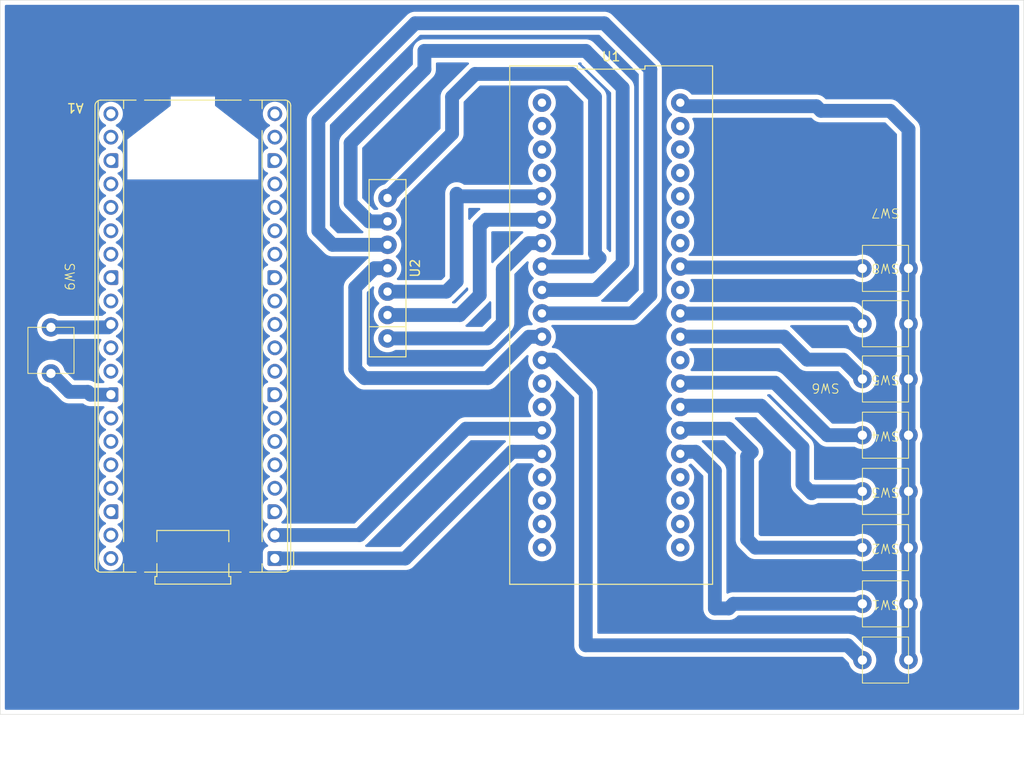
<source format=kicad_pcb>
(kicad_pcb (version 20241229) (generator "pcbnew") (generator_version "9.0")
  (layers (0 "F.Cu" signal) (2 "B.Cu" signal) (13 "F.Paste" user) (15 "B.Paste" user) (5 "F.SilkS" user "F.Silkscreen") (7 "B.SilkS" user "B.Silkscreen") (1 "F.Mask" user) (3 "B.Mask" user) (25 "Edge.Cuts" user))
  (net 0 "")
  (net 6 "Net-(A1-GPIO1)")
  (net 7 "Net-(A1-GND-Pad13)")
  (net 22 "Net-(A1-GPIO0)")
  (net 35 "Net-(SW1-Pad2)")
  (net 36 "Net-(U1-A11)")
  (net 42 "Net-(U1-A7)")
  (net 43 "Net-(U1-A10)")
  (net 47 "Net-(U1-A8)")
  (net 49 "Net-(U1-A15)")
  (net 53 "Net-(U1-B3)")
  (net 59 "Net-(U1-B5)")
  (net 61 "Net-(U1-A9)")
  (net 64 "Net-(A1-AGND)")
  (net 65 "Net-(A1-RUN)")
  (net 66 "Net-(U1-A1)")
  (net 67 "Net-(U1-A3)")
  (net 68 "Net-(U1-A0)")
  (net 69 "Net-(U1-A2)")
  (net 70 "Net-(U1-A6)")
  (net 71 "Net-(U1-A5)")
  (net 72 "Net-(U1-A4)")
  (footprint "personal:push_bttn2x1-tht" (layer "F.Cu") (at 149.5 83.8 180)
    (property "Reference" "SW4" (at 0 6 180) (layer "F.SilkS") (effects (font (thickness 0.1))))
    (property "Value" "SW_Push")
    (fp_rect (start -2.5 -2.5) (end 2.5 2.5) (stroke (width 0.1)) (fill no) (layer "F.SilkS"))
    (pad "1" thru_hole circle (at 2.5 0 180) (size 2 2) (drill 1) (layers "*.Cu" "*.Mask") (net 43 "Net-(U1-A10)"))
    (pad "2" thru_hole circle (at -2.5 0 180) (size 2 2) (drill 1) (layers "*.Cu" "*.Mask") (net 35 "Net-(SW1-Pad2)"))
  )
  (footprint "personal:keypad4x3" (layer "F.Cu") (at 95.5 59.58 90)
    (property "Reference" "U2" (at 0 3 90) (layer "F.SilkS"))
    (property "Value" "~")
    (fp_line (start 9.62 -2) (end 9.62 2) (stroke (width 0.12)) (layer "F.SilkS"))
    (fp_line (start -6.35 -2) (end -6.35 2) (stroke (width 0.12)) (layer "F.SilkS"))
    (fp_line (start -9.62 -2) (end 9.62 -2) (stroke (width 0.12)) (layer "F.SilkS"))
    (fp_line (start 9.62 2) (end -9.62 2) (stroke (width 0.12)) (layer "F.SilkS"))
    (fp_line (start -9.62 2) (end -9.62 -2) (stroke (width 0.12)) (layer "F.SilkS"))
    (pad "1" thru_hole circle (at -7.62 0 90) (size 2 2) (drill 0.9) (layers "*.Cu" "*.Mask") (net 69 "Net-(U1-A2)"))
    (pad "2" thru_hole circle (at -5.08 0 90) (size 2 2) (drill 0.9) (layers "*.Cu" "*.Mask") (net 66 "Net-(U1-A1)"))
    (pad "3" thru_hole circle (at -2.54 0 90) (size 2 2) (drill 0.9) (layers "*.Cu" "*.Mask") (net 68 "Net-(U1-A0)"))
    (pad "4" thru_hole circle (at 0 0 90) (size 2 2) (drill 0.9) (layers "*.Cu" "*.Mask") (net 70 "Net-(U1-A6)"))
    (pad "5" thru_hole circle (at 2.54 0 90) (size 2 2) (drill 0.9) (layers "*.Cu" "*.Mask") (net 71 "Net-(U1-A5)"))
    (pad "6" thru_hole circle (at 5.08 0 90) (size 2 2) (drill 0.9) (layers "*.Cu" "*.Mask") (net 72 "Net-(U1-A4)"))
    (pad "7" thru_hole circle (at 7.62 0 90) (size 2 2) (drill 0.9) (layers "*.Cu" "*.Mask") (net 67 "Net-(U1-A3)"))
  )
  (footprint "personal:push_bttn2x1-tht" (layer "F.Cu") (at 149.5 65.6 180)
    (property "Reference" "SW8" (at 0 6 180) (layer "F.SilkS") (effects (font (thickness 0.1))))
    (property "Value" "SW_Push")
    (fp_rect (start -2.5 -2.5) (end 2.5 2.5) (stroke (width 0.1)) (fill no) (layer "F.SilkS"))
    (pad "1" thru_hole circle (at 2.5 0 180) (size 2 2) (drill 1) (layers "*.Cu" "*.Mask") (net 53 "Net-(U1-B3)"))
    (pad "2" thru_hole circle (at -2.5 0 180) (size 2 2) (drill 1) (layers "*.Cu" "*.Mask") (net 35 "Net-(SW1-Pad2)"))
  )
  (footprint "Module:RaspberryPi_Pico_Common_THT" (layer "F.Cu") (at 83.28 91.08 180)
    (property "Reference" "A1" (at 20.6375 48.895 180) (layer "F.SilkS") (effects (justify left)))
    (property "Value" "RaspberryPi_Pico_W")
    (fp_line (start 19.5 -0.87) (end 19.5 49.13) (stroke (width 0.12)) (layer "F.SilkS"))
    (fp_line (start 19.16 49.677) (end 19.16 -1.417) (stroke (width 0.12)) (layer "F.SilkS"))
    (fp_line (start 18.89 -1.48) (end 16.4 -1.48) (stroke (width 0.12)) (layer "F.SilkS"))
    (fp_line (start 16.4 48.82648) (end 16.4 49.74) (stroke (width 0.12)) (layer "F.SilkS"))
    (fp_line (start 16.4 1.82648) (end 16.4 46.43352) (stroke (width 0.12)) (layer "F.SilkS"))
    (fp_line (start 16.4 -1.48) (end 16.4 -0.56648) (stroke (width 0.12)) (layer "F.SilkS"))
    (fp_line (start 15.052061 49.74) (end 18.89 49.74) (stroke (width 0.12)) (layer "F.SilkS"))
    (fp_line (start 15.052061 -1.48) (end 16.4 -1.48) (stroke (width 0.12)) (layer "F.SilkS"))
    (fp_line (start 14.127939 49.74) (end 12.49 49.74) (stroke (width 0.12)) (layer "F.SilkS"))
    (fp_line (start 13.125 -1.48) (end 14.127939 -1.48) (stroke (width 0.12)) (layer "F.SilkS"))
    (fp_line (start 13 -1.96) (end 12.79 -1.96) (stroke (width 0.12)) (layer "F.SilkS"))
    (fp_line (start 13 -2.78) (end 13 -1.96) (stroke (width 0.12)) (layer "F.SilkS"))
    (fp_line (start 12.79 3.04) (end 4.99 3.04) (stroke (width 0.12)) (layer "F.SilkS"))
    (fp_line (start 12.79 1.824) (end 12.79 3.04) (stroke (width 0.12)) (layer "F.SilkS"))
    (fp_line (start 12.79 -1.96) (end 12.79 -0.564) (stroke (width 0.12)) (layer "F.SilkS"))
    (fp_line (start 12.49 49.74) (end 5.29 49.74) (stroke (width 0.12)) (layer "F.SilkS"))
    (fp_line (start 5.29 49.74) (end 3.652061 49.74) (stroke (width 0.12)) (layer "F.SilkS"))
    (fp_line (start 4.99 1.824) (end 4.99 3.04) (stroke (width 0.12)) (layer "F.SilkS"))
    (fp_line (start 4.99 -1.96) (end 4.99 -0.564) (stroke (width 0.12)) (layer "F.SilkS"))
    (fp_line (start 4.78 -1.96) (end 4.99 -1.96) (stroke (width 0.12)) (layer "F.SilkS"))
    (fp_line (start 4.78 -2.78) (end 13 -2.78) (stroke (width 0.12)) (layer "F.SilkS"))
    (fp_line (start 4.78 -2.78) (end 4.78 -1.96) (stroke (width 0.12)) (layer "F.SilkS"))
    (fp_line (start 4.655 -1.48) (end 13.125 -1.48) (stroke (width 0.12)) (layer "F.SilkS"))
    (fp_line (start 3.652061 -1.48) (end 4.655 -1.48) (stroke (width 0.12)) (layer "F.SilkS"))
    (fp_line (start 1.38 48.82648) (end 1.38 49.74) (stroke (width 0.12)) (layer "F.SilkS"))
    (fp_line (start 1.38 1.82648) (end 1.38 46.43352) (stroke (width 0.12)) (layer "F.SilkS"))
    (fp_line (start 1.38 -1.48) (end 2.72794 -1.48) (stroke (width 0.12)) (layer "F.SilkS"))
    (fp_line (start 1.38 -1.48) (end 1.38 -0.56648) (stroke (width 0.12)) (layer "F.SilkS"))
    (fp_line (start -1.11 49.74) (end 2.727939 49.74) (stroke (width 0.12)) (layer "F.SilkS"))
    (fp_line (start -1.11 -1.48) (end 1.38 -1.48) (stroke (width 0.12)) (layer "F.SilkS"))
    (fp_line (start -1.38 -1.417) (end -1.38 49.677) (stroke (width 0.12)) (layer "F.SilkS"))
    (fp_line (start -1.72 -0.87) (end -1.72 49.13) (stroke (width 0.12)) (layer "F.SilkS"))
    (fp_line (start -2.04 0.8) (end -2.04 -0.8) (stroke (width 0.12)) (layer "F.SilkS"))
    (fp_arc (start 19.5 49.13) (mid 19.321335 49.561335) (end 18.89 49.74) (stroke (width 0.12)) (layer "F.SilkS"))
    (fp_arc (start 18.89 -1.48) (mid 19.321335 -1.301335) (end 19.5 -0.87) (stroke (width 0.12)) (layer "F.SilkS"))
    (fp_arc (start -1.11 49.74) (mid -1.541364 49.561364) (end -1.72 49.13) (stroke (width 0.12)) (layer "F.SilkS"))
    (fp_arc (start -1.72 -0.87) (mid -1.541335 -1.301335) (end -1.11 -1.48) (stroke (width 0.12)) (layer "F.SilkS"))
    (pad "1" thru_hole roundrect (at 0 0 180) (size 1.6 1.6) (drill 1) (layers "*.Cu" "*.Mask") (roundrect_rratio 0.125) (net 22 "Net-(A1-GPIO0)"))
    (pad "2" thru_hole circle (at 0 2.54 180) (size 1.6 1.6) (drill 1) (layers "*.Cu" "*.Mask") (net 6 "Net-(A1-GPIO1)"))
    (pad "3" thru_hole custom (at 0 5.08 180) (size 1.6 1.6) (drill 1) (layers "*.Cu" "*.Mask") (net 7 "Net-(A1-GND-Pad13)") (options (clearance outline) (anchor circle)) (primitives (gr_poly (pts (xy 0.8 0.6) (xy 0.8 -0.6) (xy 0.6 -0.8) (xy 0 -0.8) (xy 0 0.8) (xy 0.6 0.8)) (width 0) (fill yes)) (gr_circle (center 0.6 0.6) (end 0.8 0.6) (width 0) (fill yes)) (gr_circle (center 0.6 -0.6) (end 0.8 -0.6) (width 0) (fill yes))))
    (pad "4" thru_hole circle (at 0 7.62 180) (size 1.6 1.6) (drill 1) (layers "*.Cu" "*.Mask"))
    (pad "5" thru_hole circle (at 0 10.16 180) (size 1.6 1.6) (drill 1) (layers "*.Cu" "*.Mask"))
    (pad "6" thru_hole circle (at 0 12.7 180) (size 1.6 1.6) (drill 1) (layers "*.Cu" "*.Mask"))
    (pad "7" thru_hole circle (at 0 15.24 180) (size 1.6 1.6) (drill 1) (layers "*.Cu" "*.Mask"))
    (pad "8" thru_hole custom (at 0 17.78 180) (size 1.6 1.6) (drill 1) (layers "*.Cu" "*.Mask") (net 7 "Net-(A1-GND-Pad13)") (options (clearance outline) (anchor circle)) (primitives (gr_poly (pts (xy 0.8 0.6) (xy 0.8 -0.6) (xy 0.6 -0.8) (xy 0 -0.8) (xy 0 0.8) (xy 0.6 0.8)) (width 0) (fill yes)) (gr_circle (center 0.6 0.6) (end 0.8 0.6) (width 0) (fill yes)) (gr_circle (center 0.6 -0.6) (end 0.8 -0.6) (width 0) (fill yes))))
    (pad "9" thru_hole circle (at 0 20.32 180) (size 1.6 1.6) (drill 1) (layers "*.Cu" "*.Mask"))
    (pad "10" thru_hole circle (at 0 22.86 180) (size 1.6 1.6) (drill 1) (layers "*.Cu" "*.Mask"))
    (pad "11" thru_hole circle (at 0 25.4 180) (size 1.6 1.6) (drill 1) (layers "*.Cu" "*.Mask"))
    (pad "12" thru_hole circle (at 0 27.94 180) (size 1.6 1.6) (drill 1) (layers "*.Cu" "*.Mask"))
    (pad "13" thru_hole custom (at 0 30.48 180) (size 1.6 1.6) (drill 1) (layers "*.Cu" "*.Mask") (net 7 "Net-(A1-GND-Pad13)") (options (clearance outline) (anchor circle)) (primitives (gr_poly (pts (xy 0.8 0.6) (xy 0.8 -0.6) (xy 0.6 -0.8) (xy 0 -0.8) (xy 0 0.8) (xy 0.6 0.8)) (width 0) (fill yes)) (gr_circle (center 0.6 0.6) (end 0.8 0.6) (width 0) (fill yes)) (gr_circle (center 0.6 -0.6) (end 0.8 -0.6) (width 0) (fill yes))))
    (pad "14" thru_hole circle (at 0 33.02 180) (size 1.6 1.6) (drill 1) (layers "*.Cu" "*.Mask"))
    (pad "15" thru_hole circle (at 0 35.56 180) (size 1.6 1.6) (drill 1) (layers "*.Cu" "*.Mask"))
    (pad "16" thru_hole circle (at 0 38.1 180) (size 1.6 1.6) (drill 1) (layers "*.Cu" "*.Mask"))
    (pad "17" thru_hole circle (at 0 40.64 180) (size 1.6 1.6) (drill 1) (layers "*.Cu" "*.Mask"))
    (pad "18" thru_hole custom (at 0 43.18 180) (size 1.6 1.6) (drill 1) (layers "*.Cu" "*.Mask") (net 7 "Net-(A1-GND-Pad13)") (options (clearance outline) (anchor circle)) (primitives (gr_poly (pts (xy 0.8 0.6) (xy 0.8 -0.6) (xy 0.6 -0.8) (xy 0 -0.8) (xy 0 0.8) (xy 0.6 0.8)) (width 0) (fill yes)) (gr_circle (center 0.6 0.6) (end 0.8 0.6) (width 0) (fill yes)) (gr_circle (center 0.6 -0.6) (end 0.8 -0.6) (width 0) (fill yes))))
    (pad "19" thru_hole circle (at 0 45.72 180) (size 1.6 1.6) (drill 1) (layers "*.Cu" "*.Mask"))
    (pad "20" thru_hole circle (at 0 48.26 180) (size 1.6 1.6) (drill 1) (layers "*.Cu" "*.Mask"))
    (pad "21" thru_hole circle (at 17.78 48.26 180) (size 1.6 1.6) (drill 1) (layers "*.Cu" "*.Mask"))
    (pad "22" thru_hole circle (at 17.78 45.72 180) (size 1.6 1.6) (drill 1) (layers "*.Cu" "*.Mask"))
    (pad "23" thru_hole custom (at 17.78 43.18 180) (size 1.6 1.6) (drill 1) (layers "*.Cu" "*.Mask") (net 7 "Net-(A1-GND-Pad13)") (options (clearance outline) (anchor circle)) (primitives (gr_poly (pts (xy -0.8 0.6) (xy -0.8 -0.6) (xy -0.6 -0.8) (xy 0 -0.8) (xy 0 0.8) (xy -0.6 0.8)) (width 0) (fill yes)) (gr_circle (center -0.6 0.6) (end -0.4 0.6) (width 0) (fill yes)) (gr_circle (center -0.6 -0.6) (end -0.4 -0.6) (width 0) (fill yes))))
    (pad "24" thru_hole circle (at 17.78 40.64 180) (size 1.6 1.6) (drill 1) (layers "*.Cu" "*.Mask"))
    (pad "25" thru_hole circle (at 17.78 38.1 180) (size 1.6 1.6) (drill 1) (layers "*.Cu" "*.Mask"))
    (pad "26" thru_hole circle (at 17.78 35.56 180) (size 1.6 1.6) (drill 1) (layers "*.Cu" "*.Mask"))
    (pad "27" thru_hole circle (at 17.78 33.02 180) (size 1.6 1.6) (drill 1) (layers "*.Cu" "*.Mask"))
    (pad "28" thru_hole custom (at 17.78 30.48 180) (size 1.6 1.6) (drill 1) (layers "*.Cu" "*.Mask") (net 7 "Net-(A1-GND-Pad13)") (options (clearance outline) (anchor circle)) (primitives (gr_poly (pts (xy -0.8 0.6) (xy -0.8 -0.6) (xy -0.6 -0.8) (xy 0 -0.8) (xy 0 0.8) (xy -0.6 0.8)) (width 0) (fill yes)) (gr_circle (center -0.6 0.6) (end -0.4 0.6) (width 0) (fill yes)) (gr_circle (center -0.6 -0.6) (end -0.4 -0.6) (width 0) (fill yes))))
    (pad "29" thru_hole circle (at 17.78 27.94 180) (size 1.6 1.6) (drill 1) (layers "*.Cu" "*.Mask"))
    (pad "30" thru_hole circle (at 17.78 25.4 180) (size 1.6 1.6) (drill 1) (layers "*.Cu" "*.Mask") (net 65 "Net-(A1-RUN)"))
    (pad "31" thru_hole circle (at 17.78 22.86 180) (size 1.6 1.6) (drill 1) (layers "*.Cu" "*.Mask"))
    (pad "32" thru_hole circle (at 17.78 20.32 180) (size 1.6 1.6) (drill 1) (layers "*.Cu" "*.Mask"))
    (pad "33" thru_hole custom (at 17.78 17.78 180) (size 1.6 1.6) (drill 1) (layers "*.Cu" "*.Mask") (net 64 "Net-(A1-AGND)") (options (clearance outline) (anchor circle)) (primitives (gr_poly (pts (xy -0.8 0.6) (xy -0.8 -0.6) (xy -0.6 -0.8) (xy 0 -0.8) (xy 0 0.8) (xy -0.6 0.8)) (width 0) (fill yes)) (gr_circle (center -0.6 0.6) (end -0.4 0.6) (width 0) (fill yes)) (gr_circle (center -0.6 -0.6) (end -0.4 -0.6) (width 0) (fill yes))))
    (pad "34" thru_hole circle (at 17.78 15.24 180) (size 1.6 1.6) (drill 1) (layers "*.Cu" "*.Mask"))
    (pad "35" thru_hole circle (at 17.78 12.7 180) (size 1.6 1.6) (drill 1) (layers "*.Cu" "*.Mask"))
    (pad "36" thru_hole circle (at 17.78 10.16 180) (size 1.6 1.6) (drill 1) (layers "*.Cu" "*.Mask"))
    (pad "37" thru_hole circle (at 17.78 7.62 180) (size 1.6 1.6) (drill 1) (layers "*.Cu" "*.Mask"))
    (pad "38" thru_hole custom (at 17.78 5.08 180) (size 1.6 1.6) (drill 1) (layers "*.Cu" "*.Mask") (net 7 "Net-(A1-GND-Pad13)") (options (clearance outline) (anchor circle)) (primitives (gr_poly (pts (xy -0.8 0.6) (xy -0.8 -0.6) (xy -0.6 -0.8) (xy 0 -0.8) (xy 0 0.8) (xy -0.6 0.8)) (width 0) (fill yes)) (gr_circle (center -0.6 0.6) (end -0.4 0.6) (width 0) (fill yes)) (gr_circle (center -0.6 -0.6) (end -0.4 -0.6) (width 0) (fill yes))))
    (pad "39" thru_hole circle (at 17.78 2.54 180) (size 1.6 1.6) (drill 1) (layers "*.Cu" "*.Mask"))
    (pad "40" thru_hole circle (at 17.78 0 180) (size 1.6 1.6) (drill 1) (layers "*.Cu" "*.Mask"))
    (zone (net 0) (net_name "") (layers "F.Cu" "B.Cu" "F.Paste" "B.Paste") (name "Antenna Copper Keep Out") (connect_pads (clearance 0)) (min_thickness 0.254)
      (keepout (tracks not_allowed) (vias not_allowed) (pads not_allowed) (copperpour not_allowed) (footprints allowed))
      (fill (thermal_gap 0.508) (thermal_bridge_width 0.508))
      (polygon (pts (xy 76.79 41.960105) (xy 81.49 45.610105) (xy 81.49 49.95) (xy 67.29 49.95) (xy 67.29 45.610105) (xy 71.99 41.960105) (xy 71.99 40.95) (xy 76.79 40.95)))
    )
  )
  (footprint "personal:push_bttn2x1-tht" (layer "F.Cu") (at 149.5 96 180)
    (property "Reference" "SW2" (at 0 6 180) (layer "F.SilkS") (effects (font (thickness 0.1))))
    (property "Value" "SW_Push")
    (fp_rect (start -2.5 -2.5) (end 2.5 2.5) (stroke (width 0.1)) (fill no) (layer "F.SilkS"))
    (pad "1" thru_hole circle (at 2.5 0 180) (size 2 2) (drill 1) (layers "*.Cu" "*.Mask") (net 47 "Net-(U1-A8)"))
    (pad "2" thru_hole circle (at -2.5 0 180) (size 2 2) (drill 1) (layers "*.Cu" "*.Mask") (net 35 "Net-(SW1-Pad2)"))
  )
  (footprint "personal:push_bttn2x1-tht" (layer "F.Cu") (at 149.5 77.7 180)
    (property "Reference" "SW5" (at 0 6 180) (layer "F.SilkS") (effects (font (thickness 0.1))))
    (property "Value" "SW_Push")
    (fp_rect (start -2.5 -2.5) (end 2.5 2.5) (stroke (width 0.1)) (fill no) (layer "F.SilkS"))
    (pad "1" thru_hole circle (at 2.5 0 180) (size 2 2) (drill 1) (layers "*.Cu" "*.Mask") (net 36 "Net-(U1-A11)"))
    (pad "2" thru_hole circle (at -2.5 0 180) (size 2 2) (drill 1) (layers "*.Cu" "*.Mask") (net 35 "Net-(SW1-Pad2)"))
  )
  (footprint "personal:push_bttn2x1-tht" (layer "F.Cu") (at 149.5 102.1 180)
    (property "Reference" "SW1" (at 0 6 180) (layer "F.SilkS") (effects (font (thickness 0.1))))
    (property "Value" "SW_Push")
    (fp_rect (start -2.5 -2.5) (end 2.5 2.5) (stroke (width 0.1)) (fill no) (layer "F.SilkS"))
    (pad "1" thru_hole circle (at 2.5 0 180) (size 2 2) (drill 1) (layers "*.Cu" "*.Mask") (net 42 "Net-(U1-A7)"))
    (pad "2" thru_hole circle (at -2.5 0 180) (size 2 2) (drill 1) (layers "*.Cu" "*.Mask") (net 35 "Net-(SW1-Pad2)"))
  )
  (footprint "personal:STM32F104C8T6 BluePill" (layer "F.Cu") (at 119.75 65.75 -90)
    (property "Reference" "U1" (at -29.13 0 0) (layer "F.SilkS"))
    (property "Value" "~")
    (fp_line (start 28.13 11) (end 28.13 -10.999999) (stroke (width 0.12)) (layer "F.SilkS"))
    (fp_line (start -28.13 10.999999) (end 28.13 11) (stroke (width 0.12)) (layer "F.SilkS"))
    (fp_line (start -28.13 3.666666) (end -28.13 10.999999) (stroke (width 0.12)) (layer "F.SilkS"))
    (fp_line (start -27.77 3.666666) (end -28.13 3.666666) (stroke (width 0.12)) (layer "F.SilkS"))
    (fp_line (start -28.13 -3.666666) (end -27.77 -3.666666) (stroke (width 0.12)) (layer "F.SilkS"))
    (fp_line (start -27.77 -3.666666) (end -27.77 3.666666) (stroke (width 0.12)) (layer "F.SilkS"))
    (fp_line (start 28.13 -10.999999) (end -28.13 -11) (stroke (width 0.12)) (layer "F.SilkS"))
    (fp_line (start -28.13 -11) (end -28.13 -3.666666) (stroke (width 0.12)) (layer "F.SilkS"))
    (pad "1" thru_hole circle (at -24.13 7.5 270) (size 2 2) (drill 0.9) (layers "*.Cu" "*.Mask"))
    (pad "2" thru_hole circle (at -21.59 7.5 270) (size 2 2) (drill 0.9) (layers "*.Cu" "*.Mask"))
    (pad "3" thru_hole circle (at -19.05 7.5 270) (size 2 2) (drill 0.9) (layers "*.Cu" "*.Mask"))
    (pad "4" thru_hole circle (at -16.51 7.5 270) (size 2 2) (drill 0.9) (layers "*.Cu" "*.Mask"))
    (pad "5" thru_hole circle (at -13.97 7.5 270) (size 2 2) (drill 0.9) (layers "*.Cu" "*.Mask") (net 68 "Net-(U1-A0)"))
    (pad "6" thru_hole circle (at -11.43 7.5 270) (size 2 2) (drill 0.9) (layers "*.Cu" "*.Mask") (net 66 "Net-(U1-A1)"))
    (pad "7" thru_hole circle (at -8.89 7.5 270) (size 2 2) (drill 0.9) (layers "*.Cu" "*.Mask") (net 69 "Net-(U1-A2)"))
    (pad "8" thru_hole circle (at -6.35 7.5 270) (size 2 2) (drill 0.9) (layers "*.Cu" "*.Mask") (net 67 "Net-(U1-A3)"))
    (pad "9" thru_hole circle (at -3.81 7.5 270) (size 2 2) (drill 0.9) (layers "*.Cu" "*.Mask") (net 72 "Net-(U1-A4)"))
    (pad "10" thru_hole circle (at -1.27 7.5 270) (size 2 2) (drill 0.9) (layers "*.Cu" "*.Mask") (net 71 "Net-(U1-A5)"))
    (pad "11" thru_hole circle (at 1.27 7.5 270) (size 2 2) (drill 0.9) (layers "*.Cu" "*.Mask") (net 70 "Net-(U1-A6)"))
    (pad "12" thru_hole circle (at 3.81 7.5 270) (size 2 2) (drill 0.9) (layers "*.Cu" "*.Mask") (net 42 "Net-(U1-A7)"))
    (pad "13" thru_hole circle (at 6.35 7.5 270) (size 2 2) (drill 0.9) (layers "*.Cu" "*.Mask"))
    (pad "14" thru_hole circle (at 8.89 7.5 270) (size 2 2) (drill 0.9) (layers "*.Cu" "*.Mask"))
    (pad "15" thru_hole circle (at 11.43 7.5 270) (size 2 2) (drill 0.9) (layers "*.Cu" "*.Mask") (net 6 "Net-(A1-GPIO1)"))
    (pad "16" thru_hole circle (at 13.97 7.5 270) (size 2 2) (drill 0.9) (layers "*.Cu" "*.Mask") (net 22 "Net-(A1-GPIO0)"))
    (pad "17" thru_hole circle (at 16.51 7.5 270) (size 2 2) (drill 0.9) (layers "*.Cu" "*.Mask"))
    (pad "18" thru_hole circle (at 19.05 7.5 270) (size 2 2) (drill 0.9) (layers "*.Cu" "*.Mask"))
    (pad "19" thru_hole circle (at 21.59 7.5 270) (size 2 2) (drill 0.9) (layers "*.Cu" "*.Mask"))
    (pad "20" thru_hole circle (at 24.13 7.5 270) (size 2 2) (drill 0.9) (layers "*.Cu" "*.Mask"))
    (pad "21" thru_hole circle (at 24.13 -7.5 270) (size 2 2) (drill 0.9) (layers "*.Cu" "*.Mask"))
    (pad "22" thru_hole circle (at 21.59 -7.5 270) (size 2 2) (drill 0.9) (layers "*.Cu" "*.Mask"))
    (pad "23" thru_hole circle (at 19.05 -7.5 270) (size 2 2) (drill 0.9) (layers "*.Cu" "*.Mask"))
    (pad "24" thru_hole circle (at 16.51 -7.5 270) (size 2 2) (drill 0.9) (layers "*.Cu" "*.Mask"))
    (pad "25" thru_hole circle (at 13.97 -7.5 270) (size 2 2) (drill 0.9) (layers "*.Cu" "*.Mask") (net 47 "Net-(U1-A8)"))
    (pad "26" thru_hole circle (at 11.43 -7.5 270) (size 2 2) (drill 0.9) (layers "*.Cu" "*.Mask") (net 61 "Net-(U1-A9)"))
    (pad "27" thru_hole circle (at 8.89 -7.5 270) (size 2 2) (drill 0.9) (layers "*.Cu" "*.Mask") (net 43 "Net-(U1-A10)"))
    (pad "28" thru_hole circle (at 6.35 -7.5 270) (size 2 2) (drill 0.9) (layers "*.Cu" "*.Mask") (net 36 "Net-(U1-A11)"))
    (pad "29" thru_hole circle (at 3.81 -7.5 270) (size 2 2) (drill 0.9) (layers "*.Cu" "*.Mask"))
    (pad "30" thru_hole circle (at 1.27 -7.5 270) (size 2 2) (drill 0.9) (layers "*.Cu" "*.Mask") (net 49 "Net-(U1-A15)"))
    (pad "31" thru_hole circle (at -1.27 -7.5 270) (size 2 2) (drill 0.9) (layers "*.Cu" "*.Mask") (net 53 "Net-(U1-B3)"))
    (pad "32" thru_hole circle (at -3.81 -7.5 270) (size 2 2) (drill 0.9) (layers "*.Cu" "*.Mask"))
    (pad "33" thru_hole circle (at -6.35 -7.5 270) (size 2 2) (drill 0.9) (layers "*.Cu" "*.Mask") (net 59 "Net-(U1-B5)"))
    (pad "34" thru_hole circle (at -8.89 -7.5 270) (size 2 2) (drill 0.9) (layers "*.Cu" "*.Mask"))
    (pad "35" thru_hole circle (at -11.43 -7.5 270) (size 2 2) (drill 0.9) (layers "*.Cu" "*.Mask"))
    (pad "36" thru_hole circle (at -13.97 -7.5 270) (size 2 2) (drill 0.9) (layers "*.Cu" "*.Mask"))
    (pad "37" thru_hole circle (at -16.51 -7.5 270) (size 2 2) (drill 0.9) (layers "*.Cu" "*.Mask"))
    (pad "38" thru_hole circle (at -19.05 -7.5 270) (size 2 2) (drill 0.9) (layers "*.Cu" "*.Mask"))
    (pad "39" thru_hole circle (at -21.59 -7.5 270) (size 2 2) (drill 0.9) (layers "*.Cu" "*.Mask"))
    (pad "40" thru_hole circle (at -24.13 -7.5 270) (size 2 2) (drill 0.9) (layers "*.Cu" "*.Mask") (net 35 "Net-(SW1-Pad2)"))
  )
  (footprint "personal:push_bttn2x1-tht" (layer "F.Cu") (at 149.5 59.6 180)
    (property "Reference" "SW7" (at 0 6 180) (layer "F.SilkS") (effects (font (thickness 0.1))))
    (property "Value" "SW_Push")
    (fp_rect (start -2.5 -2.5) (end 2.5 2.5) (stroke (width 0.1)) (fill no) (layer "F.SilkS"))
    (pad "1" thru_hole circle (at 2.5 0 180) (size 2 2) (drill 1) (layers "*.Cu" "*.Mask") (net 59 "Net-(U1-B5)"))
    (pad "2" thru_hole circle (at -2.5 0 180) (size 2 2) (drill 1) (layers "*.Cu" "*.Mask") (net 35 "Net-(SW1-Pad2)"))
  )
  (footprint "personal:push_bttn2x1-tht" (layer "F.Cu") (at 149.5 89.9 180)
    (property "Reference" "SW3" (at 0 6 180) (layer "F.SilkS") (effects (font (thickness 0.1))))
    (property "Value" "SW_Push")
    (fp_rect (start -2.5 -2.5) (end 2.5 2.5) (stroke (width 0.1)) (fill no) (layer "F.SilkS"))
    (pad "1" thru_hole circle (at 2.5 0 180) (size 2 2) (drill 1) (layers "*.Cu" "*.Mask") (net 61 "Net-(U1-A9)"))
    (pad "2" thru_hole circle (at -2.5 0 180) (size 2 2) (drill 1) (layers "*.Cu" "*.Mask") (net 35 "Net-(SW1-Pad2)"))
  )
  (footprint "personal:push_bttn2x1-tht" (layer "F.Cu") (at 149.5 71.6 180)
    (property "Reference" "SW6" (at 6.5 -1 180) (layer "F.SilkS") (effects (font (thickness 0.1))))
    (property "Value" "SW_Push")
    (fp_rect (start -2.5 -2.5) (end 2.5 2.5) (stroke (width 0.1)) (fill no) (layer "F.SilkS"))
    (pad "1" thru_hole circle (at 2.5 0 180) (size 2 2) (drill 1) (layers "*.Cu" "*.Mask") (net 49 "Net-(U1-A15)"))
    (pad "2" thru_hole circle (at -2.5 0 180) (size 2 2) (drill 1) (layers "*.Cu" "*.Mask") (net 35 "Net-(SW1-Pad2)"))
  )
  (footprint "personal:push_bttn2x1-tht" (layer "F.Cu") (at 59 68.5 -90)
    (property "Reference" "SW9" (at -8 -2 270) (layer "F.SilkS") (effects (font (thickness 0.1))))
    (property "Value" "SW_Push")
    (fp_rect (start -2.5 -2.5) (end 2.5 2.5) (stroke (width 0.1)) (fill no) (layer "F.SilkS"))
    (pad "1" thru_hole circle (at 2.5 0 270) (size 2 2) (drill 1) (layers "*.Cu" "*.Mask") (net 64 "Net-(A1-AGND)"))
    (pad "2" thru_hole circle (at -2.5 0 270) (size 2 2) (drill 1) (layers "*.Cu" "*.Mask") (net 65 "Net-(A1-RUN)"))
  )
  (gr_rect (start 53.5 30.5) (end 164.5 108) (stroke (width 0.05)) (fill no) (layer "Edge.Cuts"))
  (segment (start 104 77) (end 112 77) (width 1.5) (layer "B.Cu") (net 6))
  (segment (start 92.46 88.54) (end 104 77) (width 1.5) (layer "B.Cu") (net 6))
  (segment (start 83.28 88.54) (end 92.46 88.54) (width 1.5) (layer "B.Cu") (net 6))
  (segment (start 83.28 91.08) (end 97.42 91.08) (width 1.5) (layer "B.Cu") (net 22))
  (segment (start 97.42 91.08) (end 109 79.5) (width 1.5) (layer "B.Cu") (net 22))
  (segment (start 109 79.5) (end 112 79.5) (width 1.5) (layer "B.Cu") (net 22))
  (segment (start 152 59.6) (end 152 102.1) (width 1.5) (layer "B.Cu") (net 35))
  (segment (start 152 44.5) (end 152 59.6) (width 1.5) (layer "B.Cu") (net 35))
  (segment (start 142 42) (end 142.5 42.5) (width 1.5) (layer "B.Cu") (net 35))
  (segment (start 127.5 42) (end 142 42) (width 1.5) (layer "B.Cu") (net 35))
  (segment (start 150 42.5) (end 152 44.5) (width 1.5) (layer "B.Cu") (net 35))
  (segment (start 142.5 42.5) (end 150 42.5) (width 1.5) (layer "B.Cu") (net 35))
  (segment (start 127.5 72) (end 137.5 72) (width 1.5) (layer "B.Cu") (net 36))
  (segment (start 143.2 77.7) (end 147 77.7) (width 1.5) (layer "B.Cu") (net 36))
  (segment (start 137.5 72) (end 143.2 77.7) (width 1.5) (layer "B.Cu") (net 36))
  (segment (start 117 73.085787) (end 117 100.5) (width 1.5) (layer "B.Cu") (net 42))
  (segment (start 117 100.5) (end 145.4 100.5) (width 1.5) (layer "B.Cu") (net 42))
  (segment (start 112 69.5) (end 113.414213 69.5) (width 1.5) (layer "B.Cu") (net 42))
  (segment (start 145.4 100.5) (end 147 102.1) (width 1.5) (layer "B.Cu") (net 42))
  (segment (start 113.414213 69.5) (end 117 73.085787) (width 1.5) (layer "B.Cu") (net 42))
  (segment (start 141.5 84) (end 141.7 83.8) (width 1.5) (layer "B.Cu") (net 43))
  (segment (start 141.7 83.8) (end 147 83.8) (width 1.5) (layer "B.Cu") (net 43))
  (segment (start 127.5 74.5) (end 136 74.5) (width 1.5) (layer "B.Cu") (net 43))
  (segment (start 140.5 83) (end 141.5 84) (width 1.5) (layer "B.Cu") (net 43))
  (segment (start 136 74.5) (end 140.5 79) (width 1.5) (layer "B.Cu") (net 43))
  (segment (start 140.5 79) (end 140.5 83) (width 1.5) (layer "B.Cu") (net 43))
  (segment (start 131 81.585787) (end 131 96.5) (width 1.5) (layer "B.Cu") (net 47))
  (segment (start 128.914213 79.5) (end 131 81.585787) (width 1.5) (layer "B.Cu") (net 47))
  (segment (start 132.5 96.5) (end 133 96) (width 1.5) (layer "B.Cu") (net 47))
  (segment (start 133 96) (end 147 96) (width 1.5) (layer "B.Cu") (net 47))
  (segment (start 127.5 79.5) (end 128.914213 79.5) (width 1.5) (layer "B.Cu") (net 47))
  (segment (start 131 96.5) (end 132.5 96.5) (width 1.5) (layer "B.Cu") (net 47))
  (segment (start 138.5 67) (end 141 69.5) (width 1.5) (layer "B.Cu") (net 49))
  (segment (start 127.5 67) (end 138.5 67) (width 1.5) (layer "B.Cu") (net 49))
  (segment (start 144.9 69.5) (end 147 71.6) (width 1.5) (layer "B.Cu") (net 49))
  (segment (start 141 69.5) (end 144.9 69.5) (width 1.5) (layer "B.Cu") (net 49))
  (segment (start 145.9 64.5) (end 147 65.6) (width 1.5) (layer "B.Cu") (net 53))
  (segment (start 127.5 64.5) (end 145.9 64.5) (width 1.5) (layer "B.Cu") (net 53))
  (segment (start 146.9 59.5) (end 147 59.6) (width 1.5) (layer "B.Cu") (net 59))
  (segment (start 127.5 59.5) (end 146.9 59.5) (width 1.5) (layer "B.Cu") (net 59))
  (segment (start 135.4 89.9) (end 147 89.9) (width 1.5) (layer "B.Cu") (net 61))
  (segment (start 135 79.5) (end 134.5 80) (width 1.5) (layer "B.Cu") (net 61))
  (segment (start 127.5 77) (end 132.5 77) (width 1.5) (layer "B.Cu") (net 61))
  (segment (start 132.5 77) (end 135 79.5) (width 1.5) (layer "B.Cu") (net 61))
  (segment (start 134.5 80) (end 134.5 89) (width 1.5) (layer "B.Cu") (net 61))
  (segment (start 134.5 89) (end 135.4 89.9) (width 1.5) (layer "B.Cu") (net 61))
  (segment (start 63.3 73.3) (end 65.5 73.3) (width 1.5) (layer "B.Cu") (net 64))
  (segment (start 59 71) (end 61 73) (width 1.5) (layer "B.Cu") (net 64))
  (segment (start 63 73) (end 63.3 73.3) (width 1.5) (layer "B.Cu") (net 64))
  (segment (start 61 73) (end 63 73) (width 1.5) (layer "B.Cu") (net 64))
  (segment (start 65.18 66) (end 65.5 65.68) (width 1.5) (layer "B.Cu") (net 65))
  (segment (start 59 66) (end 65.18 66) (width 1.5) (layer "B.Cu") (net 65))
  (segment (start 105.5 62.5) (end 105.5 55) (width 1.5) (layer "B.Cu") (net 66))
  (segment (start 106.18 54.32) (end 112.25 54.32) (width 1.5) (layer "B.Cu") (net 66))
  (segment (start 95.5 64.66) (end 103.34 64.66) (width 1.5) (layer "B.Cu") (net 66))
  (segment (start 105.5 55) (end 106.18 54.32) (width 1.5) (layer "B.Cu") (net 66))
  (segment (start 103.34 64.66) (end 105.5 62.5) (width 1.5) (layer "B.Cu") (net 66))
  (segment (start 118.5 58.5) (end 117.6 59.4) (width 1.5) (layer "B.Cu") (net 67))
  (segment (start 102.5 41) (end 105 38.5) (width 1.5) (layer "B.Cu") (net 67))
  (segment (start 115.5 38.5) (end 118 41) (width 1.5) (layer "B.Cu") (net 67))
  (segment (start 117.6 59.4) (end 112.25 59.4) (width 1.5) (layer "B.Cu") (net 67))
  (segment (start 118 58) (end 118.5 58.5) (width 1.5) (layer "B.Cu") (net 67))
  (segment (start 102.5 44.96) (end 102.5 41) (width 1.5) (layer "B.Cu") (net 67))
  (segment (start 95.5 51.96) (end 102.5 44.96) (width 1.5) (layer "B.Cu") (net 67))
  (segment (start 118 41) (end 118 58) (width 1.5) (layer "B.Cu") (net 67))
  (segment (start 105 38.5) (end 115.5 38.5) (width 1.5) (layer "B.Cu") (net 67))
  (segment (start 103 51.5) (end 103.28 51.78) (width 1.5) (layer "B.Cu") (net 68))
  (segment (start 103.28 51.78) (end 112.25 51.78) (width 1.5) (layer "B.Cu") (net 68))
  (segment (start 101.88 62.12) (end 103 61) (width 1.5) (layer "B.Cu") (net 68))
  (segment (start 103 61) (end 103 51.5) (width 1.5) (layer "B.Cu") (net 68))
  (segment (start 95.5 62.12) (end 101.88 62.12) (width 1.5) (layer "B.Cu") (net 68))
  (segment (start 108 59.695787) (end 110.835787 56.86) (width 1.5) (layer "B.Cu") (net 69))
  (segment (start 108 65.5) (end 108 59.695787) (width 1.5) (layer "B.Cu") (net 69))
  (segment (start 106.3 67.2) (end 108 65.5) (width 1.5) (layer "B.Cu") (net 69))
  (segment (start 110.835787 56.86) (end 112.25 56.86) (width 1.5) (layer "B.Cu") (net 69))
  (segment (start 95.5 67.2) (end 106.3 67.2) (width 1.5) (layer "B.Cu") (net 69))
  (segment (start 93 71.5) (end 106.355787 71.5) (width 1.5) (layer "B.Cu") (net 70))
  (segment (start 106.355787 71.5) (end 110.835787 67.02) (width 1.5) (layer "B.Cu") (net 70))
  (segment (start 95.5 59.58) (end 94.085787 59.58) (width 1.5) (layer "B.Cu") (net 70))
  (segment (start 92 70.5) (end 93 71.5) (width 1.5) (layer "B.Cu") (net 70))
  (segment (start 110.835787 67.02) (end 112.25 67.02) (width 1.5) (layer "B.Cu") (net 70))
  (segment (start 94.085787 59.58) (end 92 61.665787) (width 1.5) (layer "B.Cu") (net 70))
  (segment (start 92 61.665787) (end 92 70.5) (width 1.5) (layer "B.Cu") (net 70))
  (segment (start 95.5 57.04) (end 89.54 57.04) (width 1.5) (layer "B.Cu") (net 71))
  (segment (start 88 43.5) (end 98.5 33) (width 1.5) (layer "B.Cu") (net 71))
  (segment (start 98.5 33) (end 119 33) (width 1.5) (layer "B.Cu") (net 71))
  (segment (start 119 33) (end 124 38) (width 1.5) (layer "B.Cu") (net 71))
  (segment (start 88 55.5) (end 88 43.5) (width 1.5) (layer "B.Cu") (net 71))
  (segment (start 124 62.5) (end 122.02 64.48) (width 1.5) (layer "B.Cu") (net 71))
  (segment (start 122.02 64.48) (end 112.25 64.48) (width 1.5) (layer "B.Cu") (net 71))
  (segment (start 124 38) (end 124 62.5) (width 1.5) (layer "B.Cu") (net 71))
  (segment (start 89.54 57.04) (end 88 55.5) (width 1.5) (layer "B.Cu") (net 71))
  (segment (start 93.5 54.5) (end 95.5 54.5) (width 1.5) (layer "B.Cu") (net 72))
  (segment (start 117 36) (end 99.5 36) (width 1.5) (layer "B.Cu") (net 72))
  (segment (start 121 59) (end 121 40) (width 1.5) (layer "B.Cu") (net 72))
  (segment (start 99.5 36) (end 99.5 38) (width 1.5) (layer "B.Cu") (net 72))
  (segment (start 99.5 38) (end 91.5 46) (width 1.5) (layer "B.Cu") (net 72))
  (segment (start 91.5 46) (end 91.5 52.5) (width 1.5) (layer "B.Cu") (net 72))
  (segment (start 121 40) (end 117 36) (width 1.5) (layer "B.Cu") (net 72))
  (segment (start 118.06 61.94) (end 121 59) (width 1.5) (layer "B.Cu") (net 72))
  (segment (start 91.5 52.5) (end 93.5 54.5) (width 1.5) (layer "B.Cu") (net 72))
  (segment (start 112.25 61.94) (end 118.06 61.94) (width 1.5) (layer "B.Cu") (net 72))
  (zone (net 0) (net_name "") (layer "B.Cu") (connect_pads (clearance 0.5)) (min_thickness 0.25) (fill yes (thermal_gap 0.5) (thermal_bridge_width 0.5) (island_removal_mode 1) (island_area_min 10))
    (polygon (pts (xy 53.5 30.5) (xy 164.5 30.5) (xy 164.5 108) (xy 53.5 108)))
  )
)
</source>
